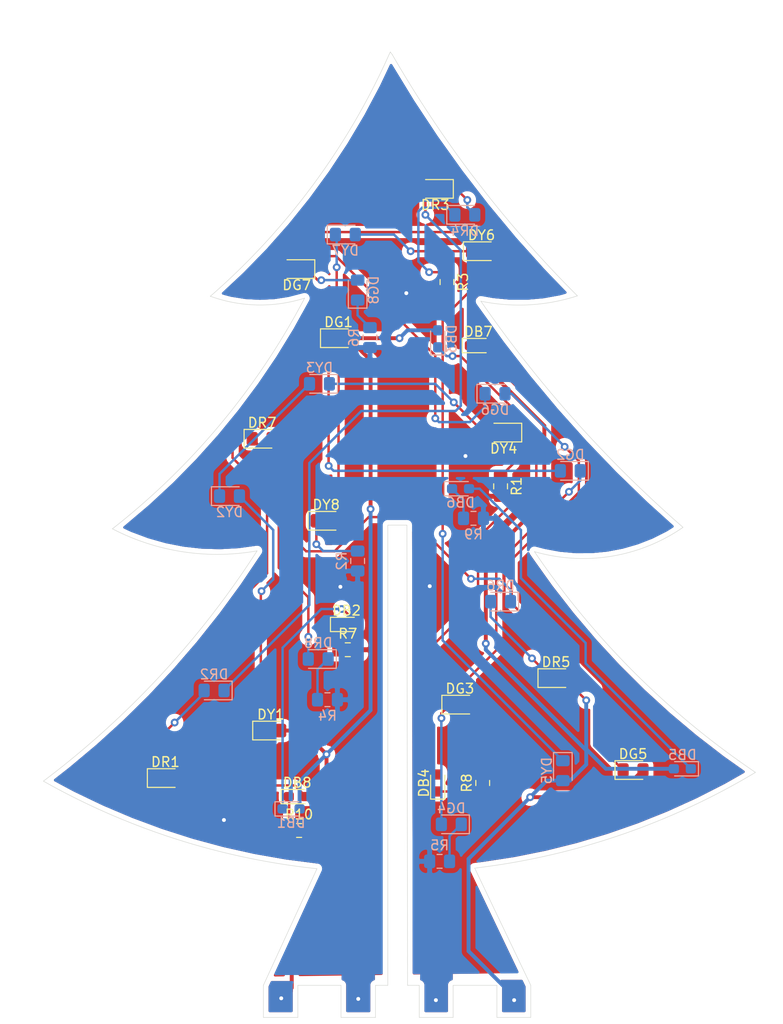
<source format=kicad_pcb>
(kicad_pcb (version 20171130) (host pcbnew "(5.1.6)-1")
  (layers (0 F.Cu signal) (31 B.Cu signal) (34 B.Paste user) (35 F.Paste user) (36 B.SilkS user) (37 F.SilkS user) (38 B.Mask user) (39 F.Mask user) (44 Edge.Cuts user))
  (net 0 "")
  (net 1 Takt_9V)
  (net 2 "Net-(DB1-Pad1)")
  (net 3 "Net-(DB2-Pad1)")
  (net 4 "Net-(DB3-Pad1)")
  (net 5 "Net-(DB4-Pad1)")
  (net 6 Takt_invertiert_9V)
  (net 7 "Net-(DB5-Pad1)")
  (net 8 "Net-(DB6-Pad1)")
  (net 9 "Net-(DB7-Pad1)")
  (net 10 "Net-(DB8-Pad1)")
  (net 11 "Net-(DG1-Pad1)")
  (net 12 "Net-(DG2-Pad1)")
  (net 13 "Net-(DG3-Pad1)")
  (net 14 "Net-(DG4-Pad1)")
  (net 15 "Net-(DG5-Pad1)")
  (net 16 "Net-(DG6-Pad1)")
  (net 17 "Net-(DG7-Pad1)")
  (net 18 "Net-(DG8-Pad1)")
  (net 19 "Net-(DR1-Pad1)")
  (net 20 "Net-(DR2-Pad1)")
  (net 21 "Net-(DR3-Pad1)")
  (net 22 "Net-(DR4-Pad1)")
  (net 23 "Net-(DR5-Pad1)")
  (net 24 "Net-(DR6-Pad1)")
  (net 25 "Net-(DR7-Pad1)")
  (net 26 "Net-(DR8-Pad1)")
  (net 27 "Net-(DY1-Pad1)")
  (net 28 "Net-(DY2-Pad1)")
  (net 29 "Net-(DY3-Pad1)")
  (net 30 "Net-(DY4-Pad1)")
  (net 31 "Net-(DY5-Pad1)")
  (net 32 "Net-(DY6-Pad1)")
  (net 33 "Net-(DY7-Pad1)")
  (net 34 "Net-(DY8-Pad1)")
  (net 35 GND)
  (module Resistor_SMD:R_0805_2012Metric_Pad1.15x1.40mm_HandSolder (layer F.Cu) (at 90.551 130.7465)
    (fp_text reference R10 (at 0 -1.65) (layer F.SilkS))
    (fp_text value 88)
    (pad 2 smd roundrect (at 1.025 0) (size 1.15 1.4) (layers F.Cu F.Paste F.Mask) (roundrect_rratio 0.217391) (net 35 GND))
    (pad 1 smd roundrect (at -1.025 0) (size 1.15 1.4) (layers F.Cu F.Paste F.Mask) (roundrect_rratio 0.217391) (net 10 "Net-(DB8-Pad1)"))
  )
  (module Resistor_SMD:R_0805_2012Metric_Pad1.15x1.40mm_HandSolder (layer B.Cu) (at 108.5215 98.6155)
    (fp_text reference R9 (at 0 1.65) (layer B.SilkS) (effects (justify mirror)))
    (fp_text value 88)
    (pad 2 smd roundrect (at 1.025 0) (size 1.15 1.4) (layers B.Cu B.Paste B.Mask) (roundrect_rratio 0.217391) (net 35 GND))
    (pad 1 smd roundrect (at -1.025 0) (size 1.15 1.4) (layers B.Cu B.Paste B.Mask) (roundrect_rratio 0.217391) (net 8 "Net-(DB6-Pad1)"))
  )
  (module Resistor_SMD:R_0805_2012Metric_Pad1.15x1.40mm_HandSolder (layer F.Cu) (at 109.474 125.857 90)
    (fp_text reference R8 (at 0 -1.65 270) (layer F.SilkS))
    (fp_text value 88)
    (pad 2 smd roundrect (at 1.025 0 90) (size 1.15 1.4) (layers F.Cu F.Paste F.Mask) (roundrect_rratio 0.217391) (net 35 GND))
    (pad 1 smd roundrect (at -1.025 0 90) (size 1.15 1.4) (layers F.Cu F.Paste F.Mask) (roundrect_rratio 0.217391) (net 5 "Net-(DB4-Pad1)"))
  )
  (module Resistor_SMD:R_0805_2012Metric_Pad1.15x1.40mm_HandSolder (layer F.Cu) (at 95.5675 112.141)
    (fp_text reference R7 (at 0 -1.65) (layer F.SilkS))
    (fp_text value 88)
    (pad 2 smd roundrect (at 1.025 0) (size 1.15 1.4) (layers F.Cu F.Paste F.Mask) (roundrect_rratio 0.217391) (net 35 GND))
    (pad 1 smd roundrect (at -1.025 0) (size 1.15 1.4) (layers F.Cu F.Paste F.Mask) (roundrect_rratio 0.217391) (net 3 "Net-(DB2-Pad1)"))
  )
  (module Resistor_SMD:R_0805_2012Metric_Pad1.15x1.40mm_HandSolder (layer B.Cu) (at 97.8535 80.01 270)
    (fp_text reference R6 (at 0 1.65 90) (layer B.SilkS) (effects (justify mirror)))
    (fp_text value 10)
    (pad 2 smd roundrect (at 1.025 0 270) (size 1.15 1.4) (layers B.Cu B.Paste B.Mask) (roundrect_rratio 0.217391) (net 35 GND))
    (pad 1 smd roundrect (at -1.025 0 270) (size 1.15 1.4) (layers B.Cu B.Paste B.Mask) (roundrect_rratio 0.217391) (net 18 "Net-(DG8-Pad1)"))
  )
  (module Resistor_SMD:R_0805_2012Metric_Pad1.15x1.40mm_HandSolder (layer B.Cu) (at 105.029 133.9215 180)
    (fp_text reference R5 (at 0 1.65) (layer B.SilkS) (effects (justify mirror)))
    (fp_text value 10)
    (pad 2 smd roundrect (at 1.025 0 180) (size 1.15 1.4) (layers B.Cu B.Paste B.Mask) (roundrect_rratio 0.217391) (net 35 GND))
    (pad 1 smd roundrect (at -1.025 0 180) (size 1.15 1.4) (layers B.Cu B.Paste B.Mask) (roundrect_rratio 0.217391) (net 14 "Net-(DG4-Pad1)"))
  )
  (module Resistor_SMD:R_0805_2012Metric_Pad1.15x1.40mm_HandSolder (layer B.Cu) (at 93.472 117.2845)
    (fp_text reference R4 (at 0 1.65) (layer B.SilkS) (effects (justify mirror)))
    (fp_text value 50)
    (pad 2 smd roundrect (at 1.025 0) (size 1.15 1.4) (layers B.Cu B.Paste B.Mask) (roundrect_rratio 0.217391) (net 35 GND))
    (pad 1 smd roundrect (at -1.025 0) (size 1.15 1.4) (layers B.Cu B.Paste B.Mask) (roundrect_rratio 0.217391) (net 26 "Net-(DR8-Pad1)"))
  )
  (module Resistor_SMD:R_0805_2012Metric_Pad1.15x1.40mm_HandSolder (layer F.Cu) (at 105.791 74.295 270)
    (fp_text reference R3 (at 0 -1.65 90) (layer F.SilkS))
    (fp_text value 50)
    (pad 2 smd roundrect (at 1.025 0 270) (size 1.15 1.4) (layers F.Cu F.Paste F.Mask) (roundrect_rratio 0.217391) (net 35 GND))
    (pad 1 smd roundrect (at -1.025 0 270) (size 1.15 1.4) (layers F.Cu F.Paste F.Mask) (roundrect_rratio 0.217391) (net 22 "Net-(DR4-Pad1)"))
  )
  (module Resistor_SMD:R_0805_2012Metric_Pad1.15x1.40mm_HandSolder (layer B.Cu) (at 96.5835 103.006 270)
    (fp_text reference R2 (at 0 1.65 270) (layer B.SilkS) (effects (justify mirror)))
    (fp_text value 50)
    (pad 2 smd roundrect (at 1.025 0 270) (size 1.15 1.4) (layers B.Cu B.Paste B.Mask) (roundrect_rratio 0.217391) (net 35 GND))
    (pad 1 smd roundrect (at -1.025 0 270) (size 1.15 1.4) (layers B.Cu B.Paste B.Mask) (roundrect_rratio 0.217391) (net 34 "Net-(DY8-Pad1)"))
  )
  (module Resistor_SMD:R_0805_2012Metric_Pad1.15x1.40mm_HandSolder (layer F.Cu) (at 111.3155 95.3225 270)
    (fp_text reference R1 (at 0 -1.65 90) (layer F.SilkS))
    (fp_text value 50)
    (pad 2 smd roundrect (at 1.025 0 270) (size 1.15 1.4) (layers F.Cu F.Paste F.Mask) (roundrect_rratio 0.217391) (net 35 GND))
    (pad 1 smd roundrect (at -1.025 0 270) (size 1.15 1.4) (layers F.Cu F.Paste F.Mask) (roundrect_rratio 0.217391) (net 30 "Net-(DY4-Pad1)"))
  )
  (module Diode_SMD:D_0805_2012Metric_Pad1.15x1.40mm_HandSolder (layer F.Cu) (at 93.345 98.8695)
    (fp_text reference DY8 (at 0 -1.65) (layer F.SilkS))
    (fp_text value LED)
    (pad 2 smd roundrect (at 1.025 0) (size 1.15 1.4) (layers F.Cu F.Paste F.Mask) (roundrect_rratio 0.217391) (net 33 "Net-(DY7-Pad1)"))
    (pad 1 smd roundrect (at -1.025 0) (size 1.15 1.4) (layers F.Cu F.Paste F.Mask) (roundrect_rratio 0.217391) (net 34 "Net-(DY8-Pad1)"))
  )
  (module Diode_SMD:D_0805_2012Metric_Pad1.15x1.40mm_HandSolder (layer B.Cu) (at 95.3135 69.4055)
    (fp_text reference DY7 (at 0 1.65) (layer B.SilkS) (effects (justify mirror)))
    (fp_text value LED)
    (pad 2 smd roundrect (at 1.025 0) (size 1.15 1.4) (layers B.Cu B.Paste B.Mask) (roundrect_rratio 0.217391) (net 32 "Net-(DY6-Pad1)"))
    (pad 1 smd roundrect (at -1.025 0) (size 1.15 1.4) (layers B.Cu B.Paste B.Mask) (roundrect_rratio 0.217391) (net 33 "Net-(DY7-Pad1)"))
  )
  (module Diode_SMD:D_0805_2012Metric_Pad1.15x1.40mm_HandSolder (layer F.Cu) (at 109.347 71.12)
    (fp_text reference DY6 (at 0 -1.65) (layer F.SilkS))
    (fp_text value LED)
    (pad 2 smd roundrect (at 1.025 0) (size 1.15 1.4) (layers F.Cu F.Paste F.Mask) (roundrect_rratio 0.217391) (net 31 "Net-(DY5-Pad1)"))
    (pad 1 smd roundrect (at -1.025 0) (size 1.15 1.4) (layers F.Cu F.Paste F.Mask) (roundrect_rratio 0.217391) (net 32 "Net-(DY6-Pad1)"))
  )
  (module Diode_SMD:D_0805_2012Metric_Pad1.15x1.40mm_HandSolder (layer B.Cu) (at 117.729 124.587 270)
    (fp_text reference DY5 (at 0 1.65 90) (layer B.SilkS) (effects (justify mirror)))
    (fp_text value LED)
    (pad 2 smd roundrect (at 1.025 0 270) (size 1.15 1.4) (layers B.Cu B.Paste B.Mask) (roundrect_rratio 0.217391) (net 6 Takt_invertiert_9V))
    (pad 1 smd roundrect (at -1.025 0 270) (size 1.15 1.4) (layers B.Cu B.Paste B.Mask) (roundrect_rratio 0.217391) (net 31 "Net-(DY5-Pad1)"))
  )
  (module Diode_SMD:D_0805_2012Metric_Pad1.15x1.40mm_HandSolder (layer F.Cu) (at 111.633 89.789 180)
    (fp_text reference DY4 (at 0 -1.65) (layer F.SilkS))
    (fp_text value LED)
    (pad 2 smd roundrect (at 1.025 0 180) (size 1.15 1.4) (layers F.Cu F.Paste F.Mask) (roundrect_rratio 0.217391) (net 29 "Net-(DY3-Pad1)"))
    (pad 1 smd roundrect (at -1.025 0 180) (size 1.15 1.4) (layers F.Cu F.Paste F.Mask) (roundrect_rratio 0.217391) (net 30 "Net-(DY4-Pad1)"))
  )
  (module Diode_SMD:D_0805_2012Metric_Pad1.15x1.40mm_HandSolder (layer B.Cu) (at 92.6465 84.7725 180)
    (fp_text reference DY3 (at 0 1.65) (layer B.SilkS) (effects (justify mirror)))
    (fp_text value LED)
    (pad 2 smd roundrect (at 1.025 0 180) (size 1.15 1.4) (layers B.Cu B.Paste B.Mask) (roundrect_rratio 0.217391) (net 28 "Net-(DY2-Pad1)"))
    (pad 1 smd roundrect (at -1.025 0 180) (size 1.15 1.4) (layers B.Cu B.Paste B.Mask) (roundrect_rratio 0.217391) (net 29 "Net-(DY3-Pad1)"))
  )
  (module Diode_SMD:D_0805_2012Metric_Pad1.15x1.40mm_HandSolder (layer B.Cu) (at 83.3755 96.3295)
    (fp_text reference DY2 (at 0 1.65) (layer B.SilkS) (effects (justify mirror)))
    (fp_text value LED)
    (pad 2 smd roundrect (at 1.025 0) (size 1.15 1.4) (layers B.Cu B.Paste B.Mask) (roundrect_rratio 0.217391) (net 27 "Net-(DY1-Pad1)"))
    (pad 1 smd roundrect (at -1.025 0) (size 1.15 1.4) (layers B.Cu B.Paste B.Mask) (roundrect_rratio 0.217391) (net 28 "Net-(DY2-Pad1)"))
  )
  (module Diode_SMD:D_0805_2012Metric_Pad1.15x1.40mm_HandSolder (layer F.Cu) (at 87.63 120.4595)
    (fp_text reference DY1 (at 0 -1.65) (layer F.SilkS))
    (fp_text value LED)
    (pad 2 smd roundrect (at 1.025 0) (size 1.15 1.4) (layers F.Cu F.Paste F.Mask) (roundrect_rratio 0.217391) (net 1 Takt_9V))
    (pad 1 smd roundrect (at -1.025 0) (size 1.15 1.4) (layers F.Cu F.Paste F.Mask) (roundrect_rratio 0.217391) (net 27 "Net-(DY1-Pad1)"))
  )
  (module Diode_SMD:D_0805_2012Metric_Pad1.15x1.40mm_HandSolder (layer B.Cu) (at 92.5195 113.0935 180)
    (fp_text reference DR8 (at 0 1.65) (layer B.SilkS) (effects (justify mirror)))
    (fp_text value LED)
    (pad 2 smd roundrect (at 1.025 0 180) (size 1.15 1.4) (layers B.Cu B.Paste B.Mask) (roundrect_rratio 0.217391) (net 25 "Net-(DR7-Pad1)"))
    (pad 1 smd roundrect (at -1.025 0 180) (size 1.15 1.4) (layers B.Cu B.Paste B.Mask) (roundrect_rratio 0.217391) (net 26 "Net-(DR8-Pad1)"))
  )
  (module Diode_SMD:D_0805_2012Metric_Pad1.15x1.40mm_HandSolder (layer F.Cu) (at 86.741 90.424)
    (fp_text reference DR7 (at 0 -1.65) (layer F.SilkS))
    (fp_text value LED)
    (pad 2 smd roundrect (at 1.025 0) (size 1.15 1.4) (layers F.Cu F.Paste F.Mask) (roundrect_rratio 0.217391) (net 24 "Net-(DR6-Pad1)"))
    (pad 1 smd roundrect (at -1.025 0) (size 1.15 1.4) (layers F.Cu F.Paste F.Mask) (roundrect_rratio 0.217391) (net 25 "Net-(DR7-Pad1)"))
  )
  (module Diode_SMD:D_0805_2012Metric_Pad1.15x1.40mm_HandSolder (layer B.Cu) (at 111.3155 107.188 180)
    (fp_text reference DR6 (at 0 1.65) (layer B.SilkS) (effects (justify mirror)))
    (fp_text value LED)
    (pad 2 smd roundrect (at 1.025 0 180) (size 1.15 1.4) (layers B.Cu B.Paste B.Mask) (roundrect_rratio 0.217391) (net 23 "Net-(DR5-Pad1)"))
    (pad 1 smd roundrect (at -1.025 0 180) (size 1.15 1.4) (layers B.Cu B.Paste B.Mask) (roundrect_rratio 0.217391) (net 24 "Net-(DR6-Pad1)"))
  )
  (module Diode_SMD:D_0805_2012Metric_Pad1.15x1.40mm_HandSolder (layer F.Cu) (at 117.0305 115.062)
    (fp_text reference DR5 (at 0 -1.65) (layer F.SilkS))
    (fp_text value LED)
    (pad 2 smd roundrect (at 1.025 0) (size 1.15 1.4) (layers F.Cu F.Paste F.Mask) (roundrect_rratio 0.217391) (net 6 Takt_invertiert_9V))
    (pad 1 smd roundrect (at -1.025 0) (size 1.15 1.4) (layers F.Cu F.Paste F.Mask) (roundrect_rratio 0.217391) (net 23 "Net-(DR5-Pad1)"))
  )
  (module Diode_SMD:D_0805_2012Metric_Pad1.15x1.40mm_HandSolder (layer B.Cu) (at 107.6325 67.3735)
    (fp_text reference DR4 (at 0 1.65) (layer B.SilkS) (effects (justify mirror)))
    (fp_text value LED)
    (pad 2 smd roundrect (at 1.025 0) (size 1.15 1.4) (layers B.Cu B.Paste B.Mask) (roundrect_rratio 0.217391) (net 21 "Net-(DR3-Pad1)"))
    (pad 1 smd roundrect (at -1.025 0) (size 1.15 1.4) (layers B.Cu B.Paste B.Mask) (roundrect_rratio 0.217391) (net 22 "Net-(DR4-Pad1)"))
  )
  (module Diode_SMD:D_0805_2012Metric_Pad1.15x1.40mm_HandSolder (layer F.Cu) (at 104.5845 64.7065 180)
    (fp_text reference DR3 (at 0 -1.65) (layer F.SilkS))
    (fp_text value LED)
    (pad 2 smd roundrect (at 1.025 0 180) (size 1.15 1.4) (layers F.Cu F.Paste F.Mask) (roundrect_rratio 0.217391) (net 20 "Net-(DR2-Pad1)"))
    (pad 1 smd roundrect (at -1.025 0 180) (size 1.15 1.4) (layers F.Cu F.Paste F.Mask) (roundrect_rratio 0.217391) (net 21 "Net-(DR3-Pad1)"))
  )
  (module Diode_SMD:D_0805_2012Metric_Pad1.15x1.40mm_HandSolder (layer B.Cu) (at 81.788 116.332 180)
    (fp_text reference DR2 (at 0 1.65) (layer B.SilkS) (effects (justify mirror)))
    (fp_text value LED)
    (pad 2 smd roundrect (at 1.025 0 180) (size 1.15 1.4) (layers B.Cu B.Paste B.Mask) (roundrect_rratio 0.217391) (net 19 "Net-(DR1-Pad1)"))
    (pad 1 smd roundrect (at -1.025 0 180) (size 1.15 1.4) (layers B.Cu B.Paste B.Mask) (roundrect_rratio 0.217391) (net 20 "Net-(DR2-Pad1)"))
  )
  (module Diode_SMD:D_0805_2012Metric_Pad1.15x1.40mm_HandSolder (layer F.Cu) (at 76.7715 125.349)
    (fp_text reference DR1 (at 0 -1.65) (layer F.SilkS))
    (fp_text value LED)
    (pad 2 smd roundrect (at 1.025 0) (size 1.15 1.4) (layers F.Cu F.Paste F.Mask) (roundrect_rratio 0.217391) (net 1 Takt_9V))
    (pad 1 smd roundrect (at -1.025 0) (size 1.15 1.4) (layers F.Cu F.Paste F.Mask) (roundrect_rratio 0.217391) (net 19 "Net-(DR1-Pad1)"))
  )
  (module Diode_SMD:D_0805_2012Metric_Pad1.15x1.40mm_HandSolder (layer B.Cu) (at 96.5835 75.1205 90)
    (fp_text reference DG8 (at 0 1.65 90) (layer B.SilkS) (effects (justify mirror)))
    (fp_text value LED)
    (pad 2 smd roundrect (at 1.025 0 90) (size 1.15 1.4) (layers B.Cu B.Paste B.Mask) (roundrect_rratio 0.217391) (net 17 "Net-(DG7-Pad1)"))
    (pad 1 smd roundrect (at -1.025 0 90) (size 1.15 1.4) (layers B.Cu B.Paste B.Mask) (roundrect_rratio 0.217391) (net 18 "Net-(DG8-Pad1)"))
  )
  (module Diode_SMD:D_0805_2012Metric_Pad1.15x1.40mm_HandSolder (layer F.Cu) (at 90.306 72.9615 180)
    (fp_text reference DG7 (at 0 -1.65) (layer F.SilkS))
    (fp_text value LED)
    (pad 2 smd roundrect (at 1.025 0 180) (size 1.15 1.4) (layers F.Cu F.Paste F.Mask) (roundrect_rratio 0.217391) (net 16 "Net-(DG6-Pad1)"))
    (pad 1 smd roundrect (at -1.025 0 180) (size 1.15 1.4) (layers F.Cu F.Paste F.Mask) (roundrect_rratio 0.217391) (net 17 "Net-(DG7-Pad1)"))
  )
  (module Diode_SMD:D_0805_2012Metric_Pad1.15x1.40mm_HandSolder (layer B.Cu) (at 110.744 85.7885)
    (fp_text reference DG6 (at 0 1.65) (layer B.SilkS) (effects (justify mirror)))
    (fp_text value LED)
    (pad 2 smd roundrect (at 1.025 0) (size 1.15 1.4) (layers B.Cu B.Paste B.Mask) (roundrect_rratio 0.217391) (net 15 "Net-(DG5-Pad1)"))
    (pad 1 smd roundrect (at -1.025 0) (size 1.15 1.4) (layers B.Cu B.Paste B.Mask) (roundrect_rratio 0.217391) (net 16 "Net-(DG6-Pad1)"))
  )
  (module Diode_SMD:D_0805_2012Metric_Pad1.15x1.40mm_HandSolder (layer F.Cu) (at 124.968 124.5235)
    (fp_text reference DG5 (at 0 -1.65) (layer F.SilkS))
    (fp_text value LED)
    (pad 2 smd roundrect (at 1.025 0) (size 1.15 1.4) (layers F.Cu F.Paste F.Mask) (roundrect_rratio 0.217391) (net 6 Takt_invertiert_9V))
    (pad 1 smd roundrect (at -1.025 0) (size 1.15 1.4) (layers F.Cu F.Paste F.Mask) (roundrect_rratio 0.217391) (net 15 "Net-(DG5-Pad1)"))
  )
  (module Diode_SMD:D_0805_2012Metric_Pad1.15x1.40mm_HandSolder (layer B.Cu) (at 106.2355 130.1115 180)
    (fp_text reference DG4 (at 0 1.65) (layer B.SilkS) (effects (justify mirror)))
    (fp_text value LED)
    (pad 2 smd roundrect (at 1.025 0 180) (size 1.15 1.4) (layers B.Cu B.Paste B.Mask) (roundrect_rratio 0.217391) (net 13 "Net-(DG3-Pad1)"))
    (pad 1 smd roundrect (at -1.025 0 180) (size 1.15 1.4) (layers B.Cu B.Paste B.Mask) (roundrect_rratio 0.217391) (net 14 "Net-(DG4-Pad1)"))
  )
  (module Diode_SMD:D_0805_2012Metric_Pad1.15x1.40mm_HandSolder (layer F.Cu) (at 107.1245 117.7925)
    (fp_text reference DG3 (at 0 -1.65) (layer F.SilkS))
    (fp_text value LED)
    (pad 2 smd roundrect (at 1.025 0) (size 1.15 1.4) (layers F.Cu F.Paste F.Mask) (roundrect_rratio 0.217391) (net 12 "Net-(DG2-Pad1)"))
    (pad 1 smd roundrect (at -1.025 0) (size 1.15 1.4) (layers F.Cu F.Paste F.Mask) (roundrect_rratio 0.217391) (net 13 "Net-(DG3-Pad1)"))
  )
  (module Diode_SMD:D_0805_2012Metric_Pad1.15x1.40mm_HandSolder (layer B.Cu) (at 118.5 93.726 180)
    (fp_text reference DG2 (at 0 1.65) (layer B.SilkS) (effects (justify mirror)))
    (fp_text value LED)
    (pad 2 smd roundrect (at 1.025 0 180) (size 1.15 1.4) (layers B.Cu B.Paste B.Mask) (roundrect_rratio 0.217391) (net 11 "Net-(DG1-Pad1)"))
    (pad 1 smd roundrect (at -1.025 0 180) (size 1.15 1.4) (layers B.Cu B.Paste B.Mask) (roundrect_rratio 0.217391) (net 12 "Net-(DG2-Pad1)"))
  )
  (module Diode_SMD:D_0805_2012Metric_Pad1.15x1.40mm_HandSolder (layer F.Cu) (at 94.615 80.0735)
    (fp_text reference DG1 (at 0 -1.65) (layer F.SilkS))
    (fp_text value LED)
    (pad 2 smd roundrect (at 1.025 0) (size 1.15 1.4) (layers F.Cu F.Paste F.Mask) (roundrect_rratio 0.217391) (net 1 Takt_9V))
    (pad 1 smd roundrect (at -1.025 0) (size 1.15 1.4) (layers F.Cu F.Paste F.Mask) (roundrect_rratio 0.217391) (net 11 "Net-(DG1-Pad1)"))
  )
  (module Diode_SMD:D_0603_1608Metric_Pad1.05x0.95mm_HandSolder (layer F.Cu) (at 90.3605 127.254)
    (fp_text reference DB8 (at 0 -1.43) (layer F.SilkS))
    (fp_text value LED)
    (pad 2 smd roundrect (at 0.875 0) (size 1.05 0.95) (layers F.Cu F.Paste F.Mask) (net 9 "Net-(DB7-Pad1)"))
    (pad 1 smd roundrect (at -0.875 0) (size 1.05 0.95) (layers F.Cu F.Paste F.Mask) (net 10 "Net-(DB8-Pad1)"))
  )
  (module Diode_SMD:D_0603_1608Metric_Pad1.05x0.95mm_HandSolder (layer F.Cu) (at 109.0295 80.8355)
    (fp_text reference DB7 (at 0 -1.43) (layer F.SilkS))
    (fp_text value LED)
    (pad 2 smd roundrect (at 0.875 0) (size 1.05 0.95) (layers F.Cu F.Paste F.Mask) (net 6 Takt_invertiert_9V))
    (pad 1 smd roundrect (at -0.875 0) (size 1.05 0.95) (layers F.Cu F.Paste F.Mask) (net 9 "Net-(DB7-Pad1)"))
  )
  (module Diode_SMD:D_0603_1608Metric_Pad1.05x0.95mm_HandSolder (layer B.Cu) (at 107.188 95.5675)
    (fp_text reference DB6 (at 0 1.43) (layer B.SilkS) (effects (justify mirror)))
    (fp_text value LED)
    (pad 2 smd roundrect (at 0.875 0) (size 1.05 0.95) (layers B.Cu B.Paste B.Mask) (net 7 "Net-(DB5-Pad1)"))
    (pad 1 smd roundrect (at -0.875 0) (size 1.05 0.95) (layers B.Cu B.Paste B.Mask) (net 8 "Net-(DB6-Pad1)"))
  )
  (module Diode_SMD:D_0603_1608Metric_Pad1.05x0.95mm_HandSolder (layer B.Cu) (at 130.048 124.3965 180)
    (fp_text reference DB5 (at 0 1.43) (layer B.SilkS) (effects (justify mirror)))
    (fp_text value LED)
    (pad 2 smd roundrect (at 0.875 0 180) (size 1.05 0.95) (layers B.Cu B.Paste B.Mask) (net 6 Takt_invertiert_9V))
    (pad 1 smd roundrect (at -0.875 0 180) (size 1.05 0.95) (layers B.Cu B.Paste B.Mask) (net 7 "Net-(DB5-Pad1)"))
  )
  (module Diode_SMD:D_0603_1608Metric_Pad1.05x0.95mm_HandSolder (layer F.Cu) (at 104.8385 125.857 90)
    (fp_text reference DB4 (at 0 -1.43 -90) (layer F.SilkS))
    (fp_text value LED)
    (pad 2 smd roundrect (at 0.875 0 90) (size 1.05 0.95) (layers F.Cu F.Paste F.Mask) (net 4 "Net-(DB3-Pad1)"))
    (pad 1 smd roundrect (at -0.875 0 90) (size 1.05 0.95) (layers F.Cu F.Paste F.Mask) (net 5 "Net-(DB4-Pad1)"))
  )
  (module Diode_SMD:D_0603_1608Metric_Pad1.05x0.95mm_HandSolder (layer B.Cu) (at 104.8385 80.137 90)
    (fp_text reference DB3 (at 0 1.43 270) (layer B.SilkS) (effects (justify mirror)))
    (fp_text value LED)
    (pad 2 smd roundrect (at 0.875 0 90) (size 1.05 0.95) (layers B.Cu B.Paste B.Mask) (net 1 Takt_9V))
    (pad 1 smd roundrect (at -0.875 0 90) (size 1.05 0.95) (layers B.Cu B.Paste B.Mask) (net 4 "Net-(DB3-Pad1)"))
  )
  (module Diode_SMD:D_0603_1608Metric_Pad1.05x0.95mm_HandSolder (layer F.Cu) (at 95.4405 109.5375)
    (fp_text reference DB2 (at 0 -1.43) (layer F.SilkS))
    (fp_text value LED)
    (pad 2 smd roundrect (at 0.875 0) (size 1.05 0.95) (layers F.Cu F.Paste F.Mask) (net 2 "Net-(DB1-Pad1)"))
    (pad 1 smd roundrect (at -0.875 0) (size 1.05 0.95) (layers F.Cu F.Paste F.Mask) (net 3 "Net-(DB2-Pad1)"))
  )
  (module Diode_SMD:D_0603_1608Metric_Pad1.05x0.95mm_HandSolder (layer B.Cu) (at 89.7255 128.524)
    (fp_text reference DB1 (at 0 1.43) (layer B.SilkS) (effects (justify mirror)))
    (fp_text value LED)
    (pad 2 smd roundrect (at 0.875 0) (size 1.05 0.95) (layers B.Cu B.Paste B.Mask) (net 1 Takt_9V))
    (pad 1 smd roundrect (at -0.875 0) (size 1.05 0.95) (layers B.Cu B.Paste B.Mask) (net 2 "Net-(DB1-Pad1)"))
  )
  (gr_line (start 130.113767 99.545883) (end 130.073121 99.50482) (layer Edge.Cuts) (width 0.05))
  (gr_arc (start 119.8245 84.6455) (end 114.808001 102.044499) (angle -50.70990668) (layer Edge.Cuts) (width 0.05))
  (gr_line (start 86.158582 102.05835) (end 86.224748 101.96179) (layer Edge.Cuts) (width 0.05))
  (gr_line (start 99.949 50.6095) (end 100.139501 50.863499) (layer Edge.Cuts) (width 0.05))
  (gr_line (start 99.857478 50.801325) (end 99.949 50.6095) (layer Edge.Cuts) (width 0.05))
  (gr_line (start 137.56929 124.774417) (end 137.55039 124.742792) (layer Edge.Cuts) (width 0.05))
  (gr_line (start 81.407 75.7555) (end 81.407001 75.755499) (layer Edge.Cuts) (width 0.05))
  (gr_line (start 81.407001 75.755499) (end 81.407 75.7555) (layer Edge.Cuts) (width 0.05))
  (gr_line (start 91.110269 75.953228) (end 91.112509 75.960315) (layer Edge.Cuts) (width 0.05))
  (gr_line (start 98.425 146.685) (end 99.695 146.685) (layer Edge.Cuts) (width 0.05))
  (gr_line (start 98.425 149.987) (end 98.425 146.685) (layer Edge.Cuts) (width 0.05))
  (gr_line (start 94.869 149.987) (end 98.425 149.987) (layer Edge.Cuts) (width 0.05))
  (gr_line (start 94.869 146.685) (end 94.869 149.987) (layer Edge.Cuts) (width 0.05))
  (gr_line (start 90.424 146.685) (end 94.869 146.685) (layer Edge.Cuts) (width 0.05))
  (gr_line (start 90.424 149.987) (end 90.424 146.685) (layer Edge.Cuts) (width 0.05))
  (gr_line (start 86.868 149.987) (end 90.424 149.987) (layer Edge.Cuts) (width 0.05))
  (gr_line (start 86.868 146.685) (end 86.868 149.987) (layer Edge.Cuts) (width 0.05))
  (gr_line (start 108.648499 134.619999) (end 114.427 146.685) (layer Edge.Cuts) (width 0.05))
  (gr_line (start 92.39293 134.679435) (end 86.868 146.685) (layer Edge.Cuts) (width 0.05))
  (gr_line (start 101.6635 99.314) (end 99.695 99.314) (layer Edge.Cuts) (width 0.05))
  (gr_line (start 101.727 146.685) (end 101.6635 99.314) (layer Edge.Cuts) (width 0.05))
  (gr_line (start 99.695 146.685) (end 99.695 99.314) (layer Edge.Cuts) (width 0.05))
  (gr_line (start 102.9335 146.685) (end 101.727 146.685) (layer Edge.Cuts) (width 0.05))
  (gr_arc (start 100.076 62.0395) (end 108.648499 134.619999) (angle -24.12848242) (layer Edge.Cuts) (width 0.05))
  (gr_arc (start 100.076 62.0395) (end 64.198502 125.666498) (angle -23.37976228) (layer Edge.Cuts) (width 0.05))
  (gr_line (start 106.426 146.685) (end 110.9345 146.685) (layer Edge.Cuts) (width 0.05))
  (gr_line (start 102.9335 149.987) (end 102.9335 146.685) (layer Edge.Cuts) (width 0.05))
  (gr_line (start 106.426 149.987) (end 102.9335 149.987) (layer Edge.Cuts) (width 0.05))
  (gr_line (start 106.426 146.685) (end 106.426 149.987) (layer Edge.Cuts) (width 0.05))
  (gr_line (start 110.9345 149.987) (end 110.9345 146.685) (layer Edge.Cuts) (width 0.05))
  (gr_line (start 114.427 149.987) (end 110.9345 149.987) (layer Edge.Cuts) (width 0.05))
  (gr_line (start 114.427 146.685) (end 114.427 149.987) (layer Edge.Cuts) (width 0.05))
  (gr_arc (start 34.163 21.5265) (end 81.407 75.755498) (angle -24.91905542) (layer Edge.Cuts) (width 0.05))
  (gr_arc (start 86.5505 61.5315) (end 81.407001 75.755499) (angle -37.4259266) (layer Edge.Cuts) (width 0.05))
  (gr_arc (start 26.0985 41.8465) (end 71.3105 99.694998) (angle -24.30362111) (layer Edge.Cuts) (width 0.05))
  (gr_arc (start 82.1055 78.867) (end 71.310501 99.694999) (angle -37.51045493) (layer Edge.Cuts) (width 0.05))
  (gr_arc (start 8.9535 52.2605) (end 64.1985 125.666498) (angle -20.21274195) (layer Edge.Cuts) (width 0.05))
  (gr_arc (start 185.039 54.4195) (end 114.808002 102.044498) (angle -21.82728488) (layer Edge.Cuts) (width 0.05))
  (gr_arc (start 213.169408 4.254605) (end 109.28341 76.263603) (angle -14.17063481) (layer Edge.Cuts) (width 0.05))
  (gr_arc (start 113.2205 57.2135) (end 109.283501 76.263499) (angle -29.67388979) (layer Edge.Cuts) (width 0.05))
  (gr_arc (start 203.3905 -8.6995) (end 100.139501 50.863499) (angle -15.10661818) (layer Edge.Cuts) (width 0.05))
  (via (at 97.917 97.663) (size 0.8) (drill 0.4) (layers F.Cu B.Cu) (net 1))
  (via (at 93.37675 122.90425) (size 0.8) (drill 0.4) (layers F.Cu B.Cu) (net 1))
  (via (at 100.9015 80.0735) (size 0.8) (drill 0.4) (layers F.Cu B.Cu) (net 1))
  (segment (start 90.932 120.4595) (end 93.37675 122.90425) (width 0.4) (layer F.Cu) (net 1))
  (segment (start 88.655 120.4595) (end 90.932 120.4595) (width 0.4) (layer F.Cu) (net 1))
  (segment (start 93.37675 139.22375) (end 89.789 142.8115) (width 0.4) (layer F.Cu) (net 1))
  (segment (start 93.37675 122.90425) (end 93.37675 139.22375) (width 0.4) (layer F.Cu) (net 1))
  (segment (start 89.789 142.8115) (end 89.789 146.812) (width 0.4) (layer F.Cu) (net 1))
  (segment (start 83.7655 125.349) (end 88.655 120.4595) (width 0.4) (layer F.Cu) (net 1))
  (segment (start 77.7965 125.349) (end 83.7655 125.349) (width 0.4) (layer F.Cu) (net 1))
  (segment (start 90.6005 125.6805) (end 93.37675 122.90425) (width 0.4) (layer B.Cu) (net 1))
  (segment (start 90.6005 128.524) (end 90.6005 125.6805) (width 0.4) (layer B.Cu) (net 1))
  (segment (start 93.37675 122.90425) (end 97.917 118.364) (width 0.4) (layer B.Cu) (net 1))
  (segment (start 97.917 97.663) (end 97.917 118.364) (width 0.4) (layer B.Cu) (net 1))
  (segment (start 97.917 82.3505) (end 95.64 80.0735) (width 0.4) (layer F.Cu) (net 1))
  (segment (start 97.917 97.663) (end 97.917 82.3505) (width 0.4) (layer F.Cu) (net 1))
  (segment (start 95.64 80.0735) (end 100.9015 80.0735) (width 0.4) (layer F.Cu) (net 1))
  (segment (start 101.713 79.262) (end 100.9015 80.0735) (width 0.4) (layer B.Cu) (net 1))
  (segment (start 104.8385 79.262) (end 101.713 79.262) (width 0.4) (layer B.Cu) (net 1))
  (segment (start 89.789 146.939) (end 88.7095 148.0185) (width 0.4) (layer F.Cu) (net 1))
  (via (at 88.7095 148.0185) (size 0.8) (drill 0.4) (layers F.Cu B.Cu) (net 1))
  (segment (start 89.789 145.542) (end 89.789 147.32) (width 0.25) (layer F.Cu) (net 1))
  (segment (start 89.789 145.542) (end 89.789 146.939) (width 0.4) (layer F.Cu) (net 1))
  (segment (start 89.789 142.8115) (end 89.789 145.542) (width 0.25) (layer F.Cu) (net 1))
  (segment (start 88.7095 148.0185) (end 88.011 148.0185) (width 0.4) (layer B.Cu) (net 1))
  (segment (start 88.8505 128.524) (end 88.8505 111.9365) (width 0.25) (layer B.Cu) (net 2))
  (segment (start 88.8505 111.9365) (end 92.837 107.95) (width 0.25) (layer B.Cu) (net 2))
  (segment (start 92.837 107.95) (end 94.9325 107.95) (width 0.25) (layer B.Cu) (net 2))
  (segment (start 96.3155 109.5375) (end 96.3155 109.206) (width 0.25) (layer F.Cu) (net 2))
  (via (at 94.9325 107.95) (size 0.8) (drill 0.4) (layers F.Cu B.Cu) (net 2))
  (segment (start 96.3155 109.206) (end 95.0595 107.95) (width 0.25) (layer F.Cu) (net 2))
  (segment (start 95.0595 107.95) (end 94.9325 107.95) (width 0.25) (layer F.Cu) (net 2))
  (segment (start 94.5655 112.118) (end 94.5425 112.141) (width 0.25) (layer F.Cu) (net 3))
  (segment (start 94.5655 109.5375) (end 94.5655 112.118) (width 0.25) (layer F.Cu) (net 3))
  (via (at 106.3625 81.915) (size 0.8) (drill 0.4) (layers F.Cu B.Cu) (net 4))
  (segment (start 106.37219 81.915) (end 106.3625 81.915) (width 0.25) (layer F.Cu) (net 4))
  (segment (start 105.7415 81.915) (end 104.8385 81.012) (width 0.25) (layer B.Cu) (net 4))
  (segment (start 106.3625 81.915) (end 105.7415 81.915) (width 0.25) (layer B.Cu) (net 4))
  (segment (start 107.188 81.915) (end 106.3625 81.915) (width 0.25) (layer F.Cu) (net 4))
  (segment (start 114.9985 89.7255) (end 107.188 81.915) (width 0.25) (layer F.Cu) (net 4))
  (segment (start 104.8385 124.982) (end 104.14 124.2835) (width 0.25) (layer F.Cu) (net 4))
  (segment (start 108.992501 100.620999) (end 114.9985 94.615) (width 0.25) (layer F.Cu) (net 4))
  (segment (start 108.992501 107.034499) (end 108.992501 100.620999) (width 0.25) (layer F.Cu) (net 4))
  (segment (start 104.14 111.887) (end 108.992501 107.034499) (width 0.25) (layer F.Cu) (net 4))
  (segment (start 104.14 124.2835) (end 104.14 111.887) (width 0.25) (layer F.Cu) (net 4))
  (segment (start 104.14 111.887) (end 104.14 111.76) (width 0.25) (layer F.Cu) (net 4))
  (segment (start 114.9985 94.615) (end 114.9985 89.7255) (width 0.25) (layer F.Cu) (net 4))
  (segment (start 109.324 126.732) (end 109.474 126.882) (width 0.25) (layer F.Cu) (net 5))
  (segment (start 104.8385 126.732) (end 109.324 126.732) (width 0.25) (layer F.Cu) (net 5))
  (segment (start 117.729 125.612) (end 117.029 125.612) (width 0.25) (layer B.Cu) (net 6))
  (via (at 120.142 117.348) (size 0.8) (drill 0.4) (layers F.Cu B.Cu) (net 6))
  (segment (start 118.0555 115.2615) (end 118.0555 115.062) (width 0.25) (layer F.Cu) (net 6))
  (segment (start 120.142 117.348) (end 118.0555 115.2615) (width 0.25) (layer F.Cu) (net 6))
  (via (at 114.3635 127.3175) (size 0.8) (drill 0.4) (layers F.Cu B.Cu) (net 6))
  (via (at 109.7915 111.506) (size 0.8) (drill 0.4) (layers F.Cu B.Cu) (net 6))
  (segment (start 120.142 122.6185) (end 120.142 122.4915) (width 0.25) (layer B.Cu) (net 6))
  (segment (start 120.142 122.6185) (end 120.142 122.3645) (width 0.25) (layer B.Cu) (net 6))
  (segment (start 120.142 123.952) (end 120.142 122.6185) (width 0.25) (layer B.Cu) (net 6))
  (segment (start 125.993 124.5235) (end 123.199 127.3175) (width 0.4) (layer F.Cu) (net 6))
  (segment (start 123.199 127.3175) (end 114.3635 127.3175) (width 0.4) (layer F.Cu) (net 6))
  (segment (start 116.069 125.612) (end 108.0135 133.6675) (width 0.4) (layer B.Cu) (net 6))
  (segment (start 117.729 125.612) (end 116.069 125.612) (width 0.4) (layer B.Cu) (net 6))
  (segment (start 122.174 124.3965) (end 120.142 122.3645) (width 0.4) (layer B.Cu) (net 6))
  (segment (start 129.173 124.3965) (end 122.174 124.3965) (width 0.4) (layer B.Cu) (net 6))
  (segment (start 120.142 117.348) (end 120.142 122.3645) (width 0.4) (layer B.Cu) (net 6))
  (segment (start 109.7915 112.141) (end 119.85625 122.20575) (width 0.4) (layer B.Cu) (net 6))
  (segment (start 109.7915 111.506) (end 109.7915 112.141) (width 0.4) (layer B.Cu) (net 6))
  (segment (start 119.98325 122.20575) (end 120.142 122.3645) (width 0.4) (layer B.Cu) (net 6))
  (segment (start 119.85625 122.20575) (end 119.98325 122.20575) (width 0.4) (layer B.Cu) (net 6))
  (segment (start 119.85625 122.20575) (end 120.142 122.4915) (width 0.4) (layer B.Cu) (net 6))
  (segment (start 118.482 125.612) (end 120.142 123.952) (width 0.4) (layer B.Cu) (net 6))
  (segment (start 117.729 125.612) (end 118.482 125.612) (width 0.4) (layer B.Cu) (net 6))
  (segment (start 120.142 123.952) (end 120.142 122.3645) (width 0.4) (layer B.Cu) (net 6))
  (segment (start 112.170554 147.32) (end 112.268 147.32) (width 0.4) (layer B.Cu) (net 6))
  (segment (start 108.0135 133.6675) (end 108.0135 143.162946) (width 0.4) (layer B.Cu) (net 6))
  (segment (start 109.7915 102.8065) (end 115.824 96.774) (width 0.4) (layer F.Cu) (net 6))
  (segment (start 109.7915 111.506) (end 109.7915 102.8065) (width 0.4) (layer F.Cu) (net 6))
  (segment (start 115.824 96.774) (end 115.824 89.0905) (width 0.4) (layer F.Cu) (net 6))
  (segment (start 115.824 89.0905) (end 109.9045 83.171) (width 0.4) (layer F.Cu) (net 6))
  (segment (start 109.9045 83.171) (end 109.9045 80.8355) (width 0.4) (layer F.Cu) (net 6))
  (segment (start 111.108027 146.257473) (end 112.170554 147.32) (width 0.4) (layer B.Cu) (net 6))
  (segment (start 108.0135 143.162946) (end 111.108027 146.257473) (width 0.4) (layer B.Cu) (net 6))
  (via (at 112.7125 148.209) (size 0.8) (drill 0.4) (layers F.Cu B.Cu) (net 6))
  (segment (start 108.063 95.5675) (end 109.1565 95.5675) (width 0.25) (layer B.Cu) (net 7))
  (segment (start 109.1565 95.5675) (end 113.411 99.822) (width 0.25) (layer B.Cu) (net 7))
  (segment (start 113.411 99.822) (end 113.411 104.775) (width 0.25) (layer B.Cu) (net 7))
  (segment (start 113.411 104.775) (end 120.0785 111.4425) (width 0.25) (layer B.Cu) (net 7))
  (segment (start 120.0785 113.552) (end 130.923 124.3965) (width 0.25) (layer B.Cu) (net 7))
  (segment (start 120.0785 111.4425) (end 120.0785 113.552) (width 0.25) (layer B.Cu) (net 7))
  (segment (start 107.4965 96.751) (end 106.313 95.5675) (width 0.25) (layer B.Cu) (net 8))
  (segment (start 107.4965 98.6155) (end 107.4965 96.751) (width 0.25) (layer B.Cu) (net 8))
  (segment (start 108.1545 76.5035) (end 108.1545 80.8355) (width 0.25) (layer F.Cu) (net 9))
  (segment (start 111.125 69.1515) (end 112.7125 70.739) (width 0.25) (layer F.Cu) (net 9))
  (segment (start 90.17 69.1515) (end 111.125 69.1515) (width 0.25) (layer F.Cu) (net 9))
  (segment (start 112.7125 70.739) (end 112.7125 71.9455) (width 0.25) (layer F.Cu) (net 9))
  (segment (start 84.963 106.553) (end 87.249 104.267) (width 0.25) (layer F.Cu) (net 9))
  (segment (start 74.1045 119.6975) (end 84.963 108.839) (width 0.25) (layer F.Cu) (net 9))
  (segment (start 84.5185 126.111) (end 83.5025 127.127) (width 0.25) (layer F.Cu) (net 9))
  (segment (start 74.1045 126.4285) (end 74.1045 119.6975) (width 0.25) (layer F.Cu) (net 9))
  (segment (start 87.8205 74.9935) (end 87.122 74.295) (width 0.25) (layer F.Cu) (net 9))
  (segment (start 74.803 127.127) (end 74.1045 126.4285) (width 0.25) (layer F.Cu) (net 9))
  (segment (start 112.7125 71.9455) (end 108.1545 76.5035) (width 0.25) (layer F.Cu) (net 9))
  (segment (start 92.5195 76.2635) (end 92.5195 75.819) (width 0.25) (layer F.Cu) (net 9))
  (segment (start 83.5025 127.127) (end 74.803 127.127) (width 0.25) (layer F.Cu) (net 9))
  (segment (start 90.43549 126.45399) (end 90.43549 126.43999) (width 0.25) (layer F.Cu) (net 9))
  (segment (start 91.2355 127.254) (end 90.43549 126.45399) (width 0.25) (layer F.Cu) (net 9))
  (segment (start 90.1065 126.111) (end 84.5185 126.111) (width 0.25) (layer F.Cu) (net 9))
  (segment (start 87.249 104.267) (end 87.249 95.9485) (width 0.25) (layer F.Cu) (net 9))
  (segment (start 87.249 95.9485) (end 83.693 92.3925) (width 0.25) (layer F.Cu) (net 9))
  (segment (start 84.963 108.839) (end 84.963 106.553) (width 0.25) (layer F.Cu) (net 9))
  (segment (start 91.694 74.9935) (end 87.8205 74.9935) (width 0.25) (layer F.Cu) (net 9))
  (segment (start 83.693 92.3925) (end 83.693 89.7255) (width 0.25) (layer F.Cu) (net 9))
  (segment (start 91.694 77.089) (end 92.5195 76.2635) (width 0.25) (layer F.Cu) (net 9))
  (segment (start 83.693 89.7255) (end 91.694 81.7245) (width 0.25) (layer F.Cu) (net 9))
  (segment (start 91.694 81.7245) (end 91.694 77.089) (width 0.25) (layer F.Cu) (net 9))
  (segment (start 87.122 74.295) (end 87.122 72.1995) (width 0.25) (layer F.Cu) (net 9))
  (segment (start 92.5195 75.819) (end 91.694 74.9935) (width 0.25) (layer F.Cu) (net 9))
  (segment (start 90.43549 126.43999) (end 90.1065 126.111) (width 0.25) (layer F.Cu) (net 9))
  (segment (start 87.122 72.1995) (end 90.17 69.1515) (width 0.25) (layer F.Cu) (net 9))
  (segment (start 89.526 127.2945) (end 89.4855 127.254) (width 0.25) (layer F.Cu) (net 10))
  (segment (start 89.526 130.7465) (end 89.526 127.2945) (width 0.25) (layer F.Cu) (net 10))
  (segment (start 117.475 93.726) (end 104.3305 93.726) (width 0.25) (layer B.Cu) (net 11))
  (segment (start 93.59 92.465) (end 93.59 80.0735) (width 0.25) (layer F.Cu) (net 11))
  (via (at 93.599 93.218) (size 0.8) (drill 0.4) (layers F.Cu B.Cu) (net 11))
  (segment (start 93.59 92.465) (end 93.59 93.209) (width 0.25) (layer F.Cu) (net 11))
  (segment (start 93.59 93.209) (end 93.599 93.218) (width 0.25) (layer F.Cu) (net 11))
  (segment (start 94.107 93.726) (end 94.996 93.726) (width 0.25) (layer B.Cu) (net 11))
  (segment (start 93.599 93.218) (end 94.107 93.726) (width 0.25) (layer B.Cu) (net 11))
  (segment (start 104.3305 93.726) (end 94.996 93.726) (width 0.25) (layer B.Cu) (net 11))
  (segment (start 108.1495 117.7925) (end 108.1495 114.926) (width 0.25) (layer F.Cu) (net 12))
  (via (at 118.364 95.885) (size 0.8) (drill 0.4) (layers F.Cu B.Cu) (net 12))
  (segment (start 112.7125 101.5365) (end 118.364 95.885) (width 0.25) (layer F.Cu) (net 12))
  (segment (start 119.525 94.724) (end 119.525 93.726) (width 0.25) (layer B.Cu) (net 12))
  (segment (start 118.364 95.885) (end 119.525 94.724) (width 0.25) (layer B.Cu) (net 12))
  (segment (start 108.1495 114.926) (end 110.871 112.2045) (width 0.25) (layer F.Cu) (net 12))
  (segment (start 110.871 103.378) (end 112.7125 101.5365) (width 0.25) (layer F.Cu) (net 12))
  (segment (start 110.871 112.2045) (end 110.871 103.378) (width 0.25) (layer F.Cu) (net 12))
  (via (at 105.2195 119.1895) (size 0.8) (drill 0.4) (layers F.Cu B.Cu) (net 13))
  (segment (start 105.2105 130.1115) (end 105.2105 119.1985) (width 0.25) (layer B.Cu) (net 13))
  (segment (start 105.2105 119.1985) (end 105.2195 119.1895) (width 0.25) (layer B.Cu) (net 13))
  (segment (start 105.2195 118.6725) (end 106.0995 117.7925) (width 0.25) (layer F.Cu) (net 13))
  (segment (start 105.2195 119.1895) (end 105.2195 118.6725) (width 0.25) (layer F.Cu) (net 13))
  (segment (start 106.054 131.318) (end 107.2605 130.1115) (width 0.25) (layer B.Cu) (net 14))
  (segment (start 106.054 133.9215) (end 106.054 131.318) (width 0.25) (layer B.Cu) (net 14))
  (segment (start 123.943 124.5235) (end 121.186025 121.766525) (width 0.25) (layer F.Cu) (net 15))
  (segment (start 121.186025 121.766525) (end 121.186025 116.106025) (width 0.25) (layer F.Cu) (net 15))
  (segment (start 112.4585 102.863502) (end 119.38 95.942002) (width 0.25) (layer F.Cu) (net 15))
  (segment (start 121.186025 116.106025) (end 112.4585 107.3785) (width 0.25) (layer F.Cu) (net 15))
  (segment (start 112.4585 107.3785) (end 112.4585 102.863502) (width 0.25) (layer F.Cu) (net 15))
  (via (at 117.9195 91.2495) (size 0.8) (drill 0.4) (layers F.Cu B.Cu) (net 15))
  (segment (start 111.769 85.7885) (end 112.4585 85.7885) (width 0.25) (layer B.Cu) (net 15))
  (segment (start 112.4585 85.7885) (end 117.9195 91.2495) (width 0.25) (layer B.Cu) (net 15))
  (segment (start 119.38 92.71) (end 119.38 94.0435) (width 0.25) (layer F.Cu) (net 15))
  (segment (start 117.9195 91.2495) (end 119.38 92.71) (width 0.25) (layer F.Cu) (net 15))
  (segment (start 119.38 95.942002) (end 119.38 94.0435) (width 0.25) (layer F.Cu) (net 15))
  (segment (start 119.38 94.0435) (end 119.38 93.726) (width 0.25) (layer F.Cu) (net 15))
  (via (at 104.5845 88.3285) (size 0.8) (drill 0.4) (layers F.Cu B.Cu) (net 16))
  (segment (start 104.5845 81.857998) (end 104.5845 88.3285) (width 0.25) (layer F.Cu) (net 16))
  (segment (start 94.772501 72.045999) (end 104.5845 81.857998) (width 0.25) (layer F.Cu) (net 16))
  (segment (start 104.5845 88.3285) (end 104.9655 88.7095) (width 0.25) (layer B.Cu) (net 16))
  (segment (start 104.9655 88.7095) (end 108.1405 88.7095) (width 0.25) (layer B.Cu) (net 16))
  (segment (start 109.719 87.131) (end 109.719 85.7885) (width 0.25) (layer B.Cu) (net 16))
  (segment (start 108.1405 88.7095) (end 109.719 87.131) (width 0.25) (layer B.Cu) (net 16))
  (segment (start 89.281 72.9615) (end 90.6145 71.628) (width 0.25) (layer F.Cu) (net 16))
  (segment (start 94.354502 71.628) (end 94.772501 72.045999) (width 0.25) (layer F.Cu) (net 16))
  (segment (start 90.6145 71.628) (end 94.354502 71.628) (width 0.25) (layer F.Cu) (net 16))
  (via (at 92.837 74.1045) (size 0.8) (drill 0.4) (layers F.Cu B.Cu) (net 17))
  (segment (start 96.5835 74.0955) (end 92.846 74.0955) (width 0.25) (layer B.Cu) (net 17))
  (segment (start 92.846 74.0955) (end 92.837 74.1045) (width 0.25) (layer B.Cu) (net 17))
  (segment (start 92.474 74.1045) (end 91.331 72.9615) (width 0.25) (layer F.Cu) (net 17))
  (segment (start 92.837 74.1045) (end 92.474 74.1045) (width 0.25) (layer F.Cu) (net 17))
  (segment (start 96.5835 77.715) (end 97.8535 78.985) (width 0.25) (layer B.Cu) (net 18))
  (segment (start 96.5835 76.1455) (end 96.5835 77.715) (width 0.25) (layer B.Cu) (net 18))
  (via (at 77.724 119.634) (size 0.8) (drill 0.4) (layers F.Cu B.Cu) (net 19))
  (segment (start 75.7465 125.349) (end 75.7465 121.6115) (width 0.25) (layer F.Cu) (net 19))
  (segment (start 75.7465 121.6115) (end 77.724 119.634) (width 0.25) (layer F.Cu) (net 19))
  (segment (start 80.763 116.595) (end 80.763 116.332) (width 0.25) (layer B.Cu) (net 19))
  (segment (start 77.724 119.634) (end 80.763 116.595) (width 0.25) (layer B.Cu) (net 19))
  (segment (start 91.603999 107.541001) (end 91.603999 92.927001) (width 0.25) (layer B.Cu) (net 20))
  (segment (start 82.813 116.332) (end 91.603999 107.541001) (width 0.25) (layer B.Cu) (net 20))
  (segment (start 91.603999 92.927001) (end 96.9645 87.5665) (width 0.25) (layer B.Cu) (net 20))
  (segment (start 96.9645 87.5665) (end 106.68 87.5665) (width 0.25) (layer B.Cu) (net 20))
  (segment (start 107.214501 71.019501) (end 103.5685 67.3735) (width 0.25) (layer B.Cu) (net 20))
  (segment (start 106.68 87.5665) (end 107.214501 87.031999) (width 0.25) (layer B.Cu) (net 20))
  (via (at 103.5685 67.3735) (size 0.8) (drill 0.4) (layers F.Cu B.Cu) (net 20))
  (segment (start 107.214501 87.031999) (end 107.214501 71.019501) (width 0.25) (layer B.Cu) (net 20))
  (segment (start 103.5685 64.7155) (end 103.5595 64.7065) (width 0.25) (layer F.Cu) (net 20))
  (segment (start 103.5685 67.3735) (end 103.5685 64.7155) (width 0.25) (layer F.Cu) (net 20))
  (via (at 107.8865 65.8495) (size 0.8) (drill 0.4) (layers F.Cu B.Cu) (net 21))
  (segment (start 105.6095 64.7065) (end 106.7435 64.7065) (width 0.25) (layer F.Cu) (net 21))
  (segment (start 106.7435 64.7065) (end 107.8865 65.8495) (width 0.25) (layer F.Cu) (net 21))
  (segment (start 107.8865 66.6025) (end 108.6575 67.3735) (width 0.25) (layer B.Cu) (net 21))
  (segment (start 107.8865 65.8495) (end 107.8865 66.6025) (width 0.25) (layer B.Cu) (net 21))
  (via (at 103.9495 73.279) (size 0.8) (drill 0.4) (layers F.Cu B.Cu) (net 22))
  (segment (start 105.882499 66.648499) (end 103.220499 66.648499) (width 0.25) (layer B.Cu) (net 22))
  (segment (start 102.843499 72.172999) (end 103.9495 73.279) (width 0.25) (layer B.Cu) (net 22))
  (segment (start 106.6075 67.3735) (end 105.882499 66.648499) (width 0.25) (layer B.Cu) (net 22))
  (segment (start 103.220499 66.648499) (end 102.843499 67.025499) (width 0.25) (layer B.Cu) (net 22))
  (segment (start 102.843499 67.025499) (end 102.843499 72.172999) (width 0.25) (layer B.Cu) (net 22))
  (segment (start 105.782 73.279) (end 105.791 73.27) (width 0.25) (layer F.Cu) (net 22))
  (segment (start 103.9495 73.279) (end 105.782 73.279) (width 0.25) (layer F.Cu) (net 22))
  (segment (start 110.2905 107.188) (end 110.2905 108.7665) (width 0.25) (layer B.Cu) (net 23))
  (via (at 114.554 113.03) (size 0.8) (drill 0.4) (layers F.Cu B.Cu) (net 23))
  (segment (start 110.2905 108.7665) (end 114.554 113.03) (width 0.25) (layer B.Cu) (net 23))
  (segment (start 116.0055 114.4815) (end 116.0055 115.062) (width 0.25) (layer F.Cu) (net 23))
  (segment (start 114.554 113.03) (end 116.0055 114.4815) (width 0.25) (layer F.Cu) (net 23))
  (segment (start 88.90551 91.56351) (end 88.90551 99.63701) (width 0.25) (layer F.Cu) (net 24))
  (segment (start 87.766 90.424) (end 88.90551 91.56351) (width 0.25) (layer F.Cu) (net 24))
  (segment (start 91.276001 102.007501) (end 94.207499 102.007501) (width 0.25) (layer F.Cu) (net 24))
  (segment (start 88.90551 99.63701) (end 91.276001 102.007501) (width 0.25) (layer F.Cu) (net 24))
  (segment (start 94.207499 102.007501) (end 97.7265 98.4885) (width 0.25) (layer F.Cu) (net 24))
  (segment (start 97.7265 98.4885) (end 101.9175 98.4885) (width 0.25) (layer F.Cu) (net 24))
  (segment (start 101.9175 98.4885) (end 108.2675 104.8385) (width 0.25) (layer F.Cu) (net 24))
  (segment (start 109.5375 104.8385) (end 111.1885 104.8385) (width 0.25) (layer B.Cu) (net 24))
  (segment (start 112.3405 105.9905) (end 112.3405 107.188) (width 0.25) (layer B.Cu) (net 24))
  (segment (start 111.1885 104.8385) (end 112.3405 105.9905) (width 0.25) (layer B.Cu) (net 24))
  (via (at 108.2675 104.8385) (size 0.8) (drill 0.4) (layers F.Cu B.Cu) (net 24))
  (segment (start 109.5375 104.8385) (end 108.2675 104.8385) (width 0.25) (layer B.Cu) (net 24))
  (segment (start 91.4945 113.0935) (end 91.4945 110.8165) (width 0.25) (layer B.Cu) (net 25))
  (via (at 91.5035 110.8075) (size 0.8) (drill 0.4) (layers F.Cu B.Cu) (net 25))
  (segment (start 91.4945 110.8165) (end 91.5035 110.8075) (width 0.25) (layer B.Cu) (net 25))
  (segment (start 91.5035 106.74362) (end 88.4555 103.69562) (width 0.25) (layer F.Cu) (net 25))
  (segment (start 91.5035 110.8075) (end 91.5035 106.74362) (width 0.25) (layer F.Cu) (net 25))
  (segment (start 88.4555 93.1635) (end 85.716 90.424) (width 0.25) (layer F.Cu) (net 25))
  (segment (start 88.4555 103.69562) (end 88.4555 93.1635) (width 0.25) (layer F.Cu) (net 25))
  (segment (start 92.447 114.191) (end 93.5445 113.0935) (width 0.25) (layer B.Cu) (net 26))
  (segment (start 92.447 117.2845) (end 92.447 114.191) (width 0.25) (layer B.Cu) (net 26))
  (segment (start 86.605 120.4595) (end 86.605 106.181) (width 0.25) (layer F.Cu) (net 27))
  (via (at 86.6775 106.1085) (size 0.8) (drill 0.4) (layers F.Cu B.Cu) (net 27))
  (segment (start 86.605 106.181) (end 86.6775 106.1085) (width 0.25) (layer F.Cu) (net 27))
  (segment (start 86.6775 106.1085) (end 87.884 104.902) (width 0.25) (layer B.Cu) (net 27))
  (segment (start 87.884 99.813) (end 84.4005 96.3295) (width 0.25) (layer B.Cu) (net 27))
  (segment (start 87.884 104.902) (end 87.884 99.813) (width 0.25) (layer B.Cu) (net 27))
  (segment (start 82.3505 94.0435) (end 91.6215 84.7725) (width 0.25) (layer B.Cu) (net 28))
  (segment (start 82.3505 96.3295) (end 82.3505 94.0435) (width 0.25) (layer B.Cu) (net 28))
  (segment (start 109.601 89.789) (end 110.608 89.789) (width 0.25) (layer F.Cu) (net 29))
  (segment (start 93.6715 84.7725) (end 104.5845 84.7725) (width 0.25) (layer B.Cu) (net 29))
  (segment (start 104.5845 84.7725) (end 106.4895 86.6775) (width 0.25) (layer B.Cu) (net 29))
  (via (at 106.4895 86.6775) (size 0.8) (drill 0.4) (layers F.Cu B.Cu) (net 29))
  (segment (start 106.4895 86.6775) (end 109.601 89.789) (width 0.25) (layer F.Cu) (net 29))
  (segment (start 112.658 92.955) (end 111.3155 94.2975) (width 0.25) (layer F.Cu) (net 30))
  (segment (start 112.658 89.789) (end 112.658 92.955) (width 0.25) (layer F.Cu) (net 30))
  (segment (start 110.372 71.12) (end 110.372 73.016) (width 0.25) (layer F.Cu) (net 31))
  (segment (start 110.372 73.016) (end 108.913478 74.474522) (width 0.25) (layer F.Cu) (net 31))
  (segment (start 108.913478 74.474522) (end 105.3465 78.0415) (width 0.25) (layer F.Cu) (net 31))
  (via (at 105.3465 100.203) (size 0.8) (drill 0.4) (layers F.Cu B.Cu) (net 31))
  (segment (start 105.3465 78.0415) (end 105.3465 100.203) (width 0.25) (layer F.Cu) (net 31))
  (segment (start 105.3465 111.1795) (end 117.729 123.562) (width 0.25) (layer B.Cu) (net 31))
  (segment (start 105.3465 100.203) (end 105.3465 111.1795) (width 0.25) (layer B.Cu) (net 31))
  (segment (start 96.3385 69.4055) (end 100.33 69.4055) (width 0.25) (layer B.Cu) (net 32))
  (via (at 102.0445 71.12) (size 0.8) (drill 0.4) (layers F.Cu B.Cu) (net 32))
  (segment (start 100.33 69.4055) (end 102.0445 71.12) (width 0.25) (layer B.Cu) (net 32))
  (segment (start 102.0445 71.12) (end 108.322 71.12) (width 0.25) (layer F.Cu) (net 32))
  (via (at 94.4245 72.771) (size 0.8) (drill 0.4) (layers F.Cu B.Cu) (net 33))
  (segment (start 94.37 72.8255) (end 94.4245 72.771) (width 0.25) (layer F.Cu) (net 33))
  (segment (start 94.4245 69.5415) (end 94.2885 69.4055) (width 0.25) (layer B.Cu) (net 33))
  (segment (start 94.4245 72.771) (end 94.4245 69.5415) (width 0.25) (layer B.Cu) (net 33))
  (segment (start 94.4245 72.771) (end 94.4245 78.5495) (width 0.25) (layer F.Cu) (net 33))
  (segment (start 94.4245 78.5495) (end 94.615 78.74) (width 0.25) (layer F.Cu) (net 33))
  (segment (start 94.615 98.6245) (end 94.37 98.8695) (width 0.25) (layer F.Cu) (net 33))
  (segment (start 94.615 78.74) (end 94.615 98.6245) (width 0.25) (layer F.Cu) (net 33))
  (via (at 92.329 101.2825) (size 0.8) (drill 0.4) (layers F.Cu B.Cu) (net 34))
  (segment (start 96.5835 101.981) (end 93.0275 101.981) (width 0.25) (layer B.Cu) (net 34))
  (segment (start 93.0275 101.981) (end 92.329 101.2825) (width 0.25) (layer B.Cu) (net 34))
  (segment (start 92.329 98.8785) (end 92.32 98.8695) (width 0.25) (layer F.Cu) (net 34))
  (segment (start 92.329 101.2825) (end 92.329 98.8785) (width 0.25) (layer F.Cu) (net 34))
  (segment (start 111.3155 96.3475) (end 111.2975 96.3475) (width 0.25) (layer F.Cu) (net 35))
  (via (at 94.8055 105.664) (size 0.8) (drill 0.4) (layers F.Cu B.Cu) (net 35))
  (via (at 104.013 105.6005) (size 0.8) (drill 0.4) (layers F.Cu B.Cu) (net 35))
  (via (at 107.696 92.202) (size 0.8) (drill 0.4) (layers F.Cu B.Cu) (net 35))
  (via (at 101.6 75.438) (size 0.8) (drill 0.4) (layers F.Cu B.Cu) (net 35))
  (via (at 82.804 129.667) (size 0.8) (drill 0.4) (layers F.Cu B.Cu) (net 35))
  (via (at 104.648 148.209) (size 0.8) (drill 0.4) (layers F.Cu B.Cu) (net 35))
  (via (at 96.647 148.082) (size 0.8) (drill 0.4) (layers F.Cu B.Cu) (net 35))
  (zone (net 35) (net_name GND) (layer F.Cu) (connect_pads (clearance 0.508)) (min_thickness 0.254) (fill yes (arc_segments 32) (thermal_gap 0.508) (thermal_bridge_width 0.508))
    (polygon (pts (xy 106.3625 149.9235) (xy 102.997 149.9235) (xy 103.02875 145.161) (xy 106.39425 145.161)))
  )
  (zone (net 35) (net_name GND) (layer F.Cu) (connect_pads (clearance 0.508)) (min_thickness 0.254) (fill yes (arc_segments 32) (thermal_gap 0.508) (thermal_bridge_width 0.508))
    (polygon (pts (xy 98.3615 149.9235) (xy 94.9325 149.9235) (xy 94.9325 145.161) (xy 98.3615 145.161)))
  )
  (zone (net 1) (net_name Takt_9V) (layer F.Cu) (connect_pads (clearance 0.508)) (min_thickness 0.254) (fill yes (arc_segments 32) (thermal_gap 0.508) (thermal_bridge_width 0.508))
    (polygon (pts (xy 90.3605 149.9235) (xy 86.9315 149.9235) (xy 86.9315 146.2405) (xy 90.3605 146.2405)))
  )
  (zone (net 6) (net_name Takt_invertiert_9V) (layer F.Cu) (connect_pads (clearance 0.508)) (min_thickness 0.254) (fill yes (arc_segments 32) (thermal_gap 0.508) (thermal_bridge_width 0.508))
    (polygon (pts (xy 114.3635 149.9235) (xy 110.998 149.9235) (xy 110.998 146.1135) (xy 114.3635 146.1135)))
  )
  (zone (net 1) (net_name Takt_9V) (layer B.Cu) (connect_pads (clearance 0.508)) (min_thickness 0.254) (fill yes (arc_segments 32) (thermal_gap 0.508) (thermal_bridge_width 0.508))
    (polygon (pts (xy 90.3605 149.9235) (xy 86.9315 149.9235) (xy 86.9315 146.2405) (xy 90.3605 146.2405)))
  )
  (zone (net 35) (net_name GND) (layer B.Cu) (connect_pads (clearance 0.508)) (min_thickness 0.254) (fill yes (arc_segments 32) (thermal_gap 0.508) (thermal_bridge_width 0.508))
    (polygon (pts (xy 98.3615 149.9235) (xy 94.9325 149.9235) (xy 94.9325 145.2245) (xy 98.3615 145.2245)))
  )
  (zone (net 35) (net_name GND) (layer B.Cu) (connect_pads (clearance 0.508)) (min_thickness 0.254) (fill yes (arc_segments 32) (thermal_gap 0.508) (thermal_bridge_width 0.508))
    (polygon (pts (xy 106.3625 149.9235) (xy 102.997 149.9235) (xy 103.02875 145.2245) (xy 106.39425 145.2245)))
  )
  (zone (net 6) (net_name Takt_invertiert_9V) (layer B.Cu) (connect_pads (clearance 0.508)) (min_thickness 0.254) (fill yes (arc_segments 32) (thermal_gap 0.508) (thermal_bridge_width 0.508))
    (polygon (pts (xy 114.3635 149.9235) (xy 110.998 149.9235) (xy 110.96625 146.1135) (xy 114.33175 146.1135)))
  )
  (zone (net 35) (net_name GND) (layer F.Cu) (connect_pads (clearance 0.508)) (min_thickness 0.254) (fill yes (arc_segments 32) (thermal_gap 0.508) (thermal_bridge_width 0.508))
    (polygon (pts (xy 140.43025 144.9705) (xy 59.84875 146.1135) (xy 62.103 45.6565) (xy 139.7635 45.339)))
  )
  (zone (net 35) (net_name GND) (layer B.Cu) (connect_pads (clearance 0.508)) (min_thickness 0.254) (fill yes (arc_segments 32) (thermal_gap 0.508) (thermal_bridge_width 0.508))
    (polygon (pts (xy 138.3665 47.244) (xy 139.16025 145.25625) (xy 61.11875 145.82775) (xy 63.6905 46.99)))
  )
  (zone (net 0) (net_name "") (layer F.Cu) (connect_pads (clearance 0.508)) (min_thickness 0.254) (fill yes (arc_segments 32) (thermal_gap 0.508) (thermal_bridge_width 0.508))
    (polygon (pts (xy 140.306633 145.034) (xy 59.725133 146.177) (xy 62.169883 45.580829) (xy 139.830383 45.263329)))
  )
  (zone (net 0) (net_name "") (layer B.Cu) (connect_pads (clearance 0.508)) (min_thickness 0.254) (fill yes (arc_segments 32) (thermal_gap 0.508) (thermal_bridge_width 0.508))
    (polygon (pts (xy 138.422144 47.12323) (xy 139.28725 145.25625) (xy 61.24575 145.82775) (xy 63.746144 46.86923)))
  )
)
</source>
